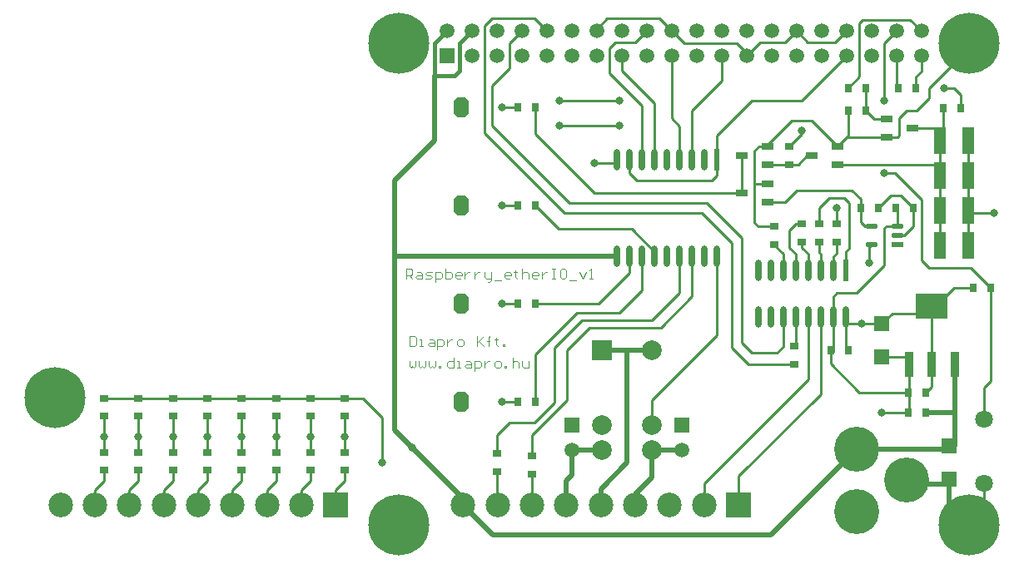
<source format=gtl>
%FSTAX24Y24*%
%MOIN*%
G70*
G01*
G75*
G04 Layer_Physical_Order=1*
G04 Layer_Color=255*
%ADD10R,0.0315X0.0374*%
%ADD11R,0.0374X0.0315*%
%ADD12R,0.0472X0.0256*%
G04:AMPARAMS|DCode=13|XSize=21.7mil|YSize=47.2mil|CornerRadius=0mil|HoleSize=0mil|Usage=FLASHONLY|Rotation=270.000|XOffset=0mil|YOffset=0mil|HoleType=Round|Shape=Octagon|*
%AMOCTAGOND13*
4,1,8,0.0236,0.0054,0.0236,-0.0054,0.0182,-0.0108,-0.0182,-0.0108,-0.0236,-0.0054,-0.0236,0.0054,-0.0182,0.0108,0.0182,0.0108,0.0236,0.0054,0.0*
%
%ADD13OCTAGOND13*%

%ADD14R,0.0472X0.0217*%
%ADD15R,0.0512X0.1063*%
%ADD16O,0.0236X0.0866*%
%ADD17R,0.0236X0.0866*%
%ADD18R,0.0630X0.0630*%
%ADD19R,0.1299X0.1004*%
%ADD20R,0.0374X0.1004*%
%ADD21C,0.0100*%
%ADD22C,0.0200*%
%ADD23C,0.0150*%
%ADD24C,0.0039*%
%ADD25R,0.0787X0.0787*%
%ADD26C,0.0787*%
%ADD27C,0.0591*%
%ADD28R,0.0591X0.0591*%
%ADD29C,0.0709*%
%ADD30R,0.0591X0.0591*%
%ADD31C,0.1800*%
%ADD32C,0.0984*%
%ADD33R,0.0984X0.0984*%
G04:AMPARAMS|DCode=34|XSize=78.7mil|YSize=60mil|CornerRadius=0mil|HoleSize=0mil|Usage=FLASHONLY|Rotation=270.000|XOffset=0mil|YOffset=0mil|HoleType=Round|Shape=Octagon|*
%AMOCTAGOND34*
4,1,8,-0.0150,-0.0394,0.0150,-0.0394,0.0300,-0.0244,0.0300,0.0244,0.0150,0.0394,-0.0150,0.0394,-0.0300,0.0244,-0.0300,-0.0244,-0.0150,-0.0394,0.0*
%
%ADD34OCTAGOND34*%

%ADD35C,0.2441*%
%ADD36C,0.0320*%
D10*
X094567Y085278D02*
D03*
X093858D02*
D03*
X098367Y084478D02*
D03*
X097658D02*
D03*
X094567Y084378D02*
D03*
X093858D02*
D03*
X096467Y080478D02*
D03*
X095758D02*
D03*
X095067D02*
D03*
X094358D02*
D03*
X099567Y077278D02*
D03*
X098858D02*
D03*
X096967Y072278D02*
D03*
X096258D02*
D03*
X080642Y08451D02*
D03*
X08135D02*
D03*
X096258Y073078D02*
D03*
X096967D02*
D03*
X080642Y080573D02*
D03*
X08135D02*
D03*
X080642Y076636D02*
D03*
X08135D02*
D03*
X080642Y072699D02*
D03*
X08135D02*
D03*
X093158Y074778D02*
D03*
X093867D02*
D03*
X095858Y085278D02*
D03*
X096567D02*
D03*
D11*
X092713Y079832D02*
D03*
Y079124D02*
D03*
X091513Y082932D02*
D03*
Y082224D02*
D03*
X090913Y079732D02*
D03*
Y079024D02*
D03*
X081213Y069824D02*
D03*
Y070532D02*
D03*
X079813Y069924D02*
D03*
Y070632D02*
D03*
X093413Y079832D02*
D03*
Y079124D02*
D03*
X073713Y072857D02*
D03*
Y072148D02*
D03*
X072335Y072857D02*
D03*
Y072148D02*
D03*
X070957Y072857D02*
D03*
Y072148D02*
D03*
X069579Y072857D02*
D03*
Y072148D02*
D03*
X068201Y072857D02*
D03*
Y072148D02*
D03*
X066823Y072857D02*
D03*
Y072148D02*
D03*
X065445Y072857D02*
D03*
Y072148D02*
D03*
X064067Y072857D02*
D03*
Y072148D02*
D03*
X092013Y079832D02*
D03*
Y079124D02*
D03*
X091713Y074224D02*
D03*
Y074932D02*
D03*
X073713Y070691D02*
D03*
Y069983D02*
D03*
X072335Y070691D02*
D03*
Y069983D02*
D03*
X070957Y070691D02*
D03*
Y069983D02*
D03*
X069579Y070691D02*
D03*
Y069983D02*
D03*
X068201Y070691D02*
D03*
Y069983D02*
D03*
X066823Y070691D02*
D03*
Y069983D02*
D03*
X065445Y070691D02*
D03*
Y069983D02*
D03*
X064067Y070691D02*
D03*
Y069983D02*
D03*
D12*
X090635Y082952D02*
D03*
Y082204D02*
D03*
X08959Y082578D02*
D03*
X09539Y083304D02*
D03*
Y084052D02*
D03*
X096435Y083678D02*
D03*
X093435Y082952D02*
D03*
Y082204D02*
D03*
X09239Y082578D02*
D03*
X090635Y081452D02*
D03*
Y080704D02*
D03*
X08959Y081078D02*
D03*
D13*
X095835Y079752D02*
D03*
Y079378D02*
D03*
X094801Y079752D02*
D03*
Y079004D02*
D03*
D14*
X095835Y079004D02*
D03*
D15*
X097542Y083178D02*
D03*
X098683D02*
D03*
X097542Y081778D02*
D03*
X098683D02*
D03*
X097542Y080378D02*
D03*
X098683D02*
D03*
X097542Y078978D02*
D03*
X098683D02*
D03*
D16*
X085113Y082423D02*
D03*
X088613Y078533D02*
D03*
X085113D02*
D03*
X085613D02*
D03*
X086113D02*
D03*
X086613D02*
D03*
X087113D02*
D03*
X087613D02*
D03*
X088113D02*
D03*
X085613Y082423D02*
D03*
X086113D02*
D03*
X086613D02*
D03*
X087113D02*
D03*
X087613D02*
D03*
X088113D02*
D03*
X084613D02*
D03*
Y078533D02*
D03*
X090257Y077996D02*
D03*
X093757Y076106D02*
D03*
X090257D02*
D03*
X090757D02*
D03*
X091257D02*
D03*
X091757D02*
D03*
X092257D02*
D03*
X092757D02*
D03*
X093257D02*
D03*
X090757Y077996D02*
D03*
X091257D02*
D03*
X091757D02*
D03*
X092257D02*
D03*
X092757D02*
D03*
X093257D02*
D03*
D17*
X088613Y082423D02*
D03*
X093757Y077996D02*
D03*
D18*
X097913Y070947D02*
D03*
Y069609D02*
D03*
X095213Y074509D02*
D03*
Y075847D02*
D03*
D19*
X097213Y076549D02*
D03*
D20*
X098118Y074207D02*
D03*
X097213D02*
D03*
X096307D02*
D03*
D21*
X064067Y072857D02*
X065445D01*
X066823D01*
X068201D01*
X069579D01*
X070957D01*
X072335D01*
X073713D01*
X073348Y068565D02*
Y069185D01*
X073516Y069353D01*
Y069353D01*
X073713Y06955D01*
Y069983D01*
X073713Y069983D02*
X073713Y069983D01*
X07197Y068565D02*
Y069185D01*
X072335Y06955D01*
Y069983D01*
X072335Y069983D02*
X072335Y069983D01*
X070593Y068565D02*
Y069185D01*
X070957Y06955D01*
Y069983D01*
X069215Y068565D02*
Y069185D01*
X069579Y06955D01*
Y069983D01*
X069579Y069983D02*
X069579Y069983D01*
X067837Y068565D02*
Y069185D01*
X068201Y06955D01*
Y069675D01*
X068201Y069675D02*
X068201Y069675D01*
X068201Y069675D02*
Y069983D01*
X066459Y068565D02*
Y069185D01*
X066823Y06955D01*
Y069983D01*
X066823Y069983D02*
X066823Y069983D01*
X065081Y068565D02*
Y069185D01*
X065445Y06955D01*
Y069983D01*
X064067D02*
X064067Y069983D01*
X063703Y068565D02*
Y069185D01*
X064067Y06955D01*
Y069983D01*
X068201Y071321D02*
Y072148D01*
Y070691D02*
Y071321D01*
X069579D02*
Y072148D01*
Y070691D02*
Y071321D01*
X070957D02*
Y072148D01*
Y070691D02*
Y071321D01*
X072335D02*
Y072148D01*
Y070691D02*
Y071321D01*
X073713D02*
Y072148D01*
Y070691D02*
Y071321D01*
X080012Y072699D02*
X080642D01*
X080012Y076636D02*
X080642D01*
X080012Y080573D02*
X080642D01*
X080012Y08451D02*
X080642D01*
X066823Y070691D02*
Y071321D01*
Y072148D01*
X065445Y070691D02*
Y071321D01*
Y072148D01*
X064067Y070691D02*
Y071321D01*
Y072148D01*
X092257Y073623D02*
Y076106D01*
X088093Y069458D02*
X092257Y073623D01*
X088093Y068565D02*
Y069458D01*
X092757Y073023D02*
Y076106D01*
X08947Y068565D02*
Y069736D01*
X091757Y074932D02*
Y076106D01*
X091513Y079578D02*
X091767Y079832D01*
X092013D01*
X091257Y077996D02*
Y078633D01*
X090913Y078978D02*
X091257Y078633D01*
X090913Y078978D02*
Y079024D01*
X091513Y078878D02*
Y079578D01*
Y078878D02*
X091757Y078633D01*
Y077996D02*
Y078633D01*
X092257Y077996D02*
Y078633D01*
X092013Y078878D02*
X092257Y078633D01*
X092013Y078878D02*
Y079124D01*
X093413Y079832D02*
Y080478D01*
X093257Y077996D02*
Y078523D01*
X093413Y078678D01*
Y079124D01*
X088613Y082423D02*
Y083378D01*
X087613Y082423D02*
Y084378D01*
X088813Y085578D01*
Y086552D01*
X088795Y086569D02*
X088813Y086552D01*
X08947Y069736D02*
X092757Y073023D01*
X087613Y076932D02*
Y078533D01*
X087113Y077078D02*
Y078533D01*
X086113D02*
Y078727D01*
X08135Y072699D02*
Y074616D01*
X081213Y070532D02*
Y071378D01*
X086013Y071778D02*
Y072778D01*
X088613Y075378D01*
Y078533D01*
X085613Y082423D02*
Y083478D01*
X084313Y085878D02*
Y086878D01*
X084535Y0871D01*
X085326D01*
X085795Y087569D01*
X086113Y082423D02*
Y084678D01*
X097841Y070819D02*
X097913Y070747D01*
X098118Y070953D01*
X097213Y074207D02*
Y076549D01*
Y073324D02*
Y074207D01*
X096967Y073078D02*
X097213Y073324D01*
X096258Y072278D02*
X096307Y072327D01*
X096195Y069569D02*
X096356Y069409D01*
X099303Y068369D02*
Y069451D01*
X098713Y067778D02*
X099303Y068369D01*
X097913Y068578D02*
X098713Y067778D01*
X099567Y073532D02*
Y077278D01*
X099303Y073268D02*
X099567Y073532D01*
X099303Y07201D02*
Y073268D01*
X095313Y087087D02*
X095795Y087569D01*
X095313Y084778D02*
Y087087D01*
X095795Y085341D02*
Y086569D01*
Y085341D02*
X095858Y085278D01*
X096795Y085961D02*
Y086569D01*
X096567Y085732D02*
X096795Y085961D01*
X096567Y085278D02*
Y085732D01*
X09635Y088015D02*
X096795Y087569D01*
X094449Y088015D02*
X09635D01*
X094313Y087878D02*
X094449Y088015D01*
X094313Y085732D02*
Y087878D01*
X093858Y085278D02*
X094313Y085732D01*
X092757Y077996D02*
Y078633D01*
X092713Y078678D02*
X092757Y078633D01*
X092713Y078678D02*
Y079124D01*
X093757Y077996D02*
Y078723D01*
X093913Y078878D01*
Y080678D01*
X093713Y080878D02*
X093913Y080678D01*
X093113Y080878D02*
X093713D01*
X092713Y080478D02*
X093113Y080878D01*
X092713Y079832D02*
Y080478D01*
X094358D02*
Y080832D01*
X094013Y081178D02*
X094358Y080832D01*
X091813Y081178D02*
X094013D01*
X091339Y080704D02*
X091813Y081178D01*
X090635Y080704D02*
X091339D01*
X08959Y081078D02*
Y082578D01*
X083713Y081078D02*
X08959D01*
X08135Y08344D02*
X083713Y081078D01*
X08135Y08344D02*
Y08451D01*
X090113Y082778D02*
X090287Y082952D01*
X090635D01*
X090655Y082224D02*
X091513D01*
X090635Y082204D02*
X090655Y082224D01*
X090113Y079878D02*
X090258Y079732D01*
X090913D01*
X094567Y084378D02*
Y085278D01*
Y084378D02*
X094567Y084378D01*
X094893Y084052D01*
X09539D01*
X097658Y083294D02*
Y084478D01*
X097542Y083178D02*
X097658Y083294D01*
X098367Y084478D02*
Y085024D01*
X098113Y085278D02*
X098367Y085024D01*
X097713Y085278D02*
X098113D01*
X09539Y083304D02*
X095839D01*
X095913Y083378D01*
Y084078D01*
X097113Y085278D02*
X098713Y086878D01*
Y087069D01*
X098683Y080378D02*
Y081778D01*
Y083178D01*
X097542Y078978D02*
Y080378D01*
Y081778D01*
X094358Y079924D02*
Y080478D01*
X095835Y079378D02*
X096113D01*
X096467Y079732D01*
Y080478D01*
X095835Y079752D02*
Y080401D01*
X095758Y080478D02*
X095835Y080401D01*
X095213Y074509D02*
X096213D01*
X093158Y074778D02*
Y074824D01*
X093757Y074888D02*
Y076106D01*
Y074888D02*
X093867Y074778D01*
X093435Y082204D02*
X097316D01*
X097542Y081778D02*
Y081978D01*
Y083178D01*
X097316Y082204D02*
X097542Y081978D01*
X093787Y083304D02*
X09539D01*
X093435Y082952D02*
X093787Y083304D01*
X090635Y082952D02*
Y083D01*
X091513Y082932D02*
X092013Y083432D01*
Y083578D01*
X08135Y080573D02*
X082279Y079644D01*
X085195D01*
X086113Y078727D01*
X080313Y087087D02*
X080795Y087569D01*
X080313Y086078D02*
Y087087D01*
X079613Y083778D02*
Y085378D01*
X080313Y086078D01*
X084313Y085878D02*
X085613Y084578D01*
X085113Y081878D02*
Y082423D01*
Y081878D02*
X085413Y081578D01*
X088413D01*
X088613Y081778D01*
Y082423D01*
X082313Y084778D02*
X084713D01*
X082313Y083778D02*
X084713D01*
X078447Y068565D02*
Y068844D01*
X075713Y078478D02*
X075768Y078533D01*
X079813Y068578D02*
Y069924D01*
Y068578D02*
X079825Y068565D01*
X081213Y068575D02*
Y069824D01*
X081203Y068565D02*
X081213Y068575D01*
X075213Y070278D02*
Y072078D01*
X074434Y072857D02*
X075213Y072078D01*
X073713Y072857D02*
X074434D01*
X086287Y088078D02*
X086795Y087569D01*
X084213Y088078D02*
X086287D01*
X083795Y087661D02*
X084213Y088078D01*
X083795Y087569D02*
Y087661D01*
X086795Y087569D02*
X087287Y087078D01*
X089413D01*
X089795Y086695D01*
Y086569D02*
Y086695D01*
Y086569D02*
X09035Y087124D01*
X09135D02*
X091795Y087569D01*
X09035Y087124D02*
X09135D01*
X091795Y087569D02*
X092241Y087124D01*
X09335D02*
X093795Y087569D01*
X092241Y087124D02*
X09335D01*
X093858Y083375D02*
Y084378D01*
X093787Y083304D02*
X093858Y083375D01*
X095387Y079752D02*
X095835D01*
X095313Y079678D02*
X095387Y079752D01*
X093257Y076923D02*
X093413Y077078D01*
X093257Y076106D02*
Y076923D01*
X098683Y078978D02*
Y080378D01*
X095213Y072278D02*
X096258D01*
X085613Y083378D02*
Y084578D01*
X084795Y085995D02*
Y086569D01*
Y085995D02*
X086113Y084678D01*
X086795Y084078D02*
Y086569D01*
Y084078D02*
X087113Y083761D01*
Y082423D02*
Y083761D01*
X090635Y083D02*
X091613Y083978D01*
X092409D01*
X093435Y082952D01*
X088613Y083378D02*
X090013Y084778D01*
X092004D01*
X093795Y086569D01*
X096435Y083678D02*
X097313D01*
X097542Y083449D01*
Y083178D02*
Y083449D01*
X091513Y082224D02*
X091858D01*
X092213Y082578D01*
X09239D01*
X095313Y081878D02*
X095739D01*
X096813Y080804D01*
X090139Y081452D02*
X090635D01*
X094358Y079924D02*
X09453Y079752D01*
X094801D01*
X095967Y080978D02*
X096467Y080478D01*
X095067D02*
X095567Y080978D01*
X095967D01*
X098683Y080378D02*
X098783Y080278D01*
X099713D01*
X096813Y078378D02*
Y080804D01*
Y078378D02*
X097113Y078078D01*
X098767D01*
X099567Y077278D01*
X085613Y077178D02*
Y078533D01*
X086013Y075978D02*
X087113Y077078D01*
X086358Y075678D02*
X087613Y076932D01*
X082113Y074878D02*
X083213Y075978D01*
X086013D01*
X083513Y075678D02*
X086358D01*
X081213Y071378D02*
X082613Y072778D01*
Y074778D01*
X083513Y075678D01*
X082113Y072678D02*
Y074878D01*
X081313Y071878D02*
X082113Y072678D01*
X080313Y071878D02*
X081313D01*
X079813Y071378D02*
X080313Y071878D01*
X079813Y070632D02*
Y071378D01*
X08135Y076636D02*
X083871D01*
X085113Y077878D01*
Y078533D01*
X08135Y074616D02*
X083013Y076278D01*
X084713D01*
X085613Y077178D01*
X079613Y083778D02*
X082713Y080678D01*
X088013Y080278D02*
X089213Y079078D01*
X082713Y080678D02*
X088213D01*
X089613Y079278D01*
X079313Y083478D02*
X082513Y080278D01*
X088013D01*
X081287Y088078D02*
X081795Y087569D01*
X079313Y083478D02*
Y087778D01*
X079613Y088078D01*
X081287D01*
X084613Y082278D02*
Y082423D01*
X093757Y075847D02*
X095213D01*
X093158Y074232D02*
Y074778D01*
Y074232D02*
X094313Y073078D01*
X096258D01*
X097113Y084878D02*
Y085278D01*
X095913Y084078D02*
X096213Y084378D01*
X096613D01*
X097113Y084878D01*
X096926Y076263D02*
X097213Y076549D01*
X095628Y076263D02*
X096926D01*
X095213Y075847D02*
X095628Y076263D01*
X097213Y076549D02*
X097384D01*
X098113Y077278D01*
X098858D01*
X093413Y077078D02*
X094213D01*
X095313Y078178D01*
Y079678D01*
X089613Y075078D02*
Y079278D01*
X091257Y074923D02*
Y076106D01*
X089613Y075078D02*
X090013Y074678D01*
X091013D01*
X091257Y074923D01*
X089213Y074878D02*
Y079078D01*
Y074878D02*
X089867Y074224D01*
X091713D01*
X094713Y078278D02*
Y078916D01*
X094801Y079004D01*
X090113Y079878D02*
Y081478D01*
Y082778D01*
Y081478D02*
X090139Y081452D01*
X093158Y074824D02*
X093257Y074725D01*
Y076106D01*
X083713Y082278D02*
X084613D01*
X096307Y072327D02*
Y074207D01*
D22*
X082581Y068565D02*
Y069546D01*
X082813Y069778D01*
Y070778D01*
X084013D01*
X086013D02*
X087213D01*
X083959Y068565D02*
Y069224D01*
X085013Y070278D01*
Y074778D01*
X084013D02*
X086013D01*
X094195Y070819D02*
X097841D01*
X096356Y069409D02*
X097913D01*
Y068578D02*
Y069409D01*
X075713Y081578D02*
X077313Y083178D01*
X078447Y068565D02*
X079634Y067378D01*
X090754D02*
X094195Y070819D01*
X075768Y078533D02*
X084613D01*
X075713Y071578D02*
Y078478D01*
Y081578D01*
X076413Y070878D02*
X078447Y068844D01*
X075713Y071578D02*
X076413Y070878D01*
X079634Y067378D02*
X090754D01*
X096967Y072278D02*
X098118D01*
Y070953D02*
Y072278D01*
Y074207D01*
X077313Y083178D02*
Y085778D01*
X085337Y068565D02*
Y069002D01*
X086013Y069678D01*
Y070778D01*
D23*
X077313Y087087D02*
X077795Y087569D01*
X078313Y087087D02*
X078795Y087569D01*
X078313Y085978D02*
Y087087D01*
X078113Y085778D02*
X078313Y085978D01*
X077313Y085778D02*
X078113D01*
X077313D02*
Y087087D01*
D24*
X076155Y077661D02*
Y078054D01*
X076352D01*
X076417Y077989D01*
Y077857D01*
X076352Y077792D01*
X076155D01*
X076286D02*
X076417Y077661D01*
X076614Y077923D02*
X076745D01*
X076811Y077857D01*
Y077661D01*
X076614D01*
X076548Y077726D01*
X076614Y077792D01*
X076811D01*
X076942Y077661D02*
X077139D01*
X077204Y077726D01*
X077139Y077792D01*
X077007D01*
X076942Y077857D01*
X077007Y077923D01*
X077204D01*
X077335Y077529D02*
Y077923D01*
X077532D01*
X077598Y077857D01*
Y077726D01*
X077532Y077661D01*
X077335D01*
X077729Y078054D02*
Y077661D01*
X077926D01*
X077991Y077726D01*
Y077792D01*
Y077857D01*
X077926Y077923D01*
X077729D01*
X078319Y077661D02*
X078188D01*
X078123Y077726D01*
Y077857D01*
X078188Y077923D01*
X078319D01*
X078385Y077857D01*
Y077792D01*
X078123D01*
X078516Y077923D02*
Y077661D01*
Y077792D01*
X078582Y077857D01*
X078647Y077923D01*
X078713D01*
X07891D02*
Y077661D01*
Y077792D01*
X078975Y077857D01*
X079041Y077923D01*
X079107D01*
X079303D02*
Y077726D01*
X079369Y077661D01*
X079566D01*
Y077595D01*
X0795Y077529D01*
X079435D01*
X079566Y077661D02*
Y077923D01*
X079697Y077595D02*
X079959D01*
X080287Y077661D02*
X080156D01*
X08009Y077726D01*
Y077857D01*
X080156Y077923D01*
X080287D01*
X080353Y077857D01*
Y077792D01*
X08009D01*
X08055Y077989D02*
Y077923D01*
X080484D01*
X080615D01*
X08055D01*
Y077726D01*
X080615Y077661D01*
X080812Y078054D02*
Y077661D01*
Y077857D01*
X080878Y077923D01*
X081009D01*
X081074Y077857D01*
Y077661D01*
X081402D02*
X081271D01*
X081206Y077726D01*
Y077857D01*
X081271Y077923D01*
X081402D01*
X081468Y077857D01*
Y077792D01*
X081206D01*
X081599Y077923D02*
Y077661D01*
Y077792D01*
X081665Y077857D01*
X08173Y077923D01*
X081796D01*
X081993Y078054D02*
X082124D01*
X082058D01*
Y077661D01*
X081993D01*
X082124D01*
X082517Y078054D02*
X082386D01*
X082321Y077989D01*
Y077726D01*
X082386Y077661D01*
X082517D01*
X082583Y077726D01*
Y077989D01*
X082517Y078054D01*
X082714Y077595D02*
X082977D01*
X083108Y077923D02*
X083239Y077661D01*
X08337Y077923D01*
X083501Y077661D02*
X083633D01*
X083567D01*
Y078054D01*
X083501Y077989D01*
X076302Y075344D02*
Y07495D01*
X076499D01*
X076564Y075016D01*
Y075278D01*
X076499Y075344D01*
X076302D01*
X076696Y07495D02*
X076827D01*
X076761D01*
Y075213D01*
X076696D01*
X077089D02*
X07722D01*
X077286Y075147D01*
Y07495D01*
X077089D01*
X077024Y075016D01*
X077089Y075082D01*
X077286D01*
X077417Y074819D02*
Y075213D01*
X077614D01*
X077679Y075147D01*
Y075016D01*
X077614Y07495D01*
X077417D01*
X077811Y075213D02*
Y07495D01*
Y075082D01*
X077876Y075147D01*
X077942Y075213D01*
X078007D01*
X07827Y07495D02*
X078401D01*
X078467Y075016D01*
Y075147D01*
X078401Y075213D01*
X07827D01*
X078204Y075147D01*
Y075016D01*
X07827Y07495D01*
X078991Y075344D02*
Y07495D01*
Y075082D01*
X079254Y075344D01*
X079057Y075147D01*
X079254Y07495D01*
X079451D02*
Y075278D01*
Y075147D01*
X079385D01*
X079516D01*
X079451D01*
Y075278D01*
X079516Y075344D01*
X079779Y075278D02*
Y075213D01*
X079713D01*
X079844D01*
X079779D01*
Y075016D01*
X079844Y07495D01*
X080041D02*
Y075016D01*
X080107D01*
Y07495D01*
X080041D01*
X076285Y074354D02*
Y074157D01*
X076351Y074091D01*
X076417Y074157D01*
X076482Y074091D01*
X076548Y074157D01*
Y074354D01*
X076679D02*
Y074157D01*
X076745Y074091D01*
X07681Y074157D01*
X076876Y074091D01*
X076941Y074157D01*
Y074354D01*
X077073D02*
Y074157D01*
X077138Y074091D01*
X077204Y074157D01*
X077269Y074091D01*
X077335Y074157D01*
Y074354D01*
X077466Y074091D02*
Y074157D01*
X077532D01*
Y074091D01*
X077466D01*
X078057Y074485D02*
Y074091D01*
X07786D01*
X077794Y074157D01*
Y074288D01*
X07786Y074354D01*
X078057D01*
X078188Y074091D02*
X078319D01*
X078253D01*
Y074354D01*
X078188D01*
X078581D02*
X078712D01*
X078778Y074288D01*
Y074091D01*
X078581D01*
X078516Y074157D01*
X078581Y074223D01*
X078778D01*
X078909Y07396D02*
Y074354D01*
X079106D01*
X079172Y074288D01*
Y074157D01*
X079106Y074091D01*
X078909D01*
X079303Y074354D02*
Y074091D01*
Y074223D01*
X079368Y074288D01*
X079434Y074354D01*
X0795D01*
X079762Y074091D02*
X079893D01*
X079959Y074157D01*
Y074288D01*
X079893Y074354D01*
X079762D01*
X079696Y074288D01*
Y074157D01*
X079762Y074091D01*
X08009D02*
Y074157D01*
X080156D01*
Y074091D01*
X08009D01*
X080418Y074485D02*
Y074091D01*
Y074288D01*
X080484Y074354D01*
X080615D01*
X08068Y074288D01*
Y074091D01*
X080812Y074354D02*
Y074157D01*
X080877Y074091D01*
X081074D01*
Y074354D01*
D25*
X084013Y074778D02*
D03*
D26*
Y071778D02*
D03*
Y070778D02*
D03*
X086013Y074778D02*
D03*
Y071778D02*
D03*
Y070778D02*
D03*
D27*
X082813D02*
D03*
X087213D02*
D03*
X077795Y087569D02*
D03*
X078795Y086569D02*
D03*
Y087569D02*
D03*
X079795Y086569D02*
D03*
Y087569D02*
D03*
X080795Y086569D02*
D03*
Y087569D02*
D03*
X081795Y086569D02*
D03*
Y087569D02*
D03*
X082795Y086569D02*
D03*
Y087569D02*
D03*
X083795Y086569D02*
D03*
Y087569D02*
D03*
X084795Y086569D02*
D03*
Y087569D02*
D03*
X085795Y086569D02*
D03*
Y087569D02*
D03*
X086795Y086569D02*
D03*
Y087569D02*
D03*
X087795Y086569D02*
D03*
Y087569D02*
D03*
X088795Y086569D02*
D03*
Y087569D02*
D03*
X089795Y086569D02*
D03*
Y087569D02*
D03*
X090795Y086569D02*
D03*
Y087569D02*
D03*
X091795Y086569D02*
D03*
Y087569D02*
D03*
X092795Y086569D02*
D03*
Y087569D02*
D03*
X093795Y086569D02*
D03*
Y087569D02*
D03*
X094795Y086569D02*
D03*
Y087569D02*
D03*
X095795Y086569D02*
D03*
Y087569D02*
D03*
X096795Y086569D02*
D03*
Y087569D02*
D03*
D28*
X082813Y071778D02*
D03*
X087213D02*
D03*
D29*
X099303Y069451D02*
D03*
Y07201D02*
D03*
D30*
X077795Y086569D02*
D03*
D31*
X096195Y069569D02*
D03*
X094195Y068319D02*
D03*
Y070819D02*
D03*
D32*
X078447Y068565D02*
D03*
X083959D02*
D03*
X079825D02*
D03*
X086715D02*
D03*
X081203D02*
D03*
X082581D02*
D03*
X085337D02*
D03*
X088093D02*
D03*
X062325Y068565D02*
D03*
X067837D02*
D03*
X063703D02*
D03*
X070593D02*
D03*
X065081D02*
D03*
X066459D02*
D03*
X069215D02*
D03*
X07197D02*
D03*
D33*
X08947Y068565D02*
D03*
X073348Y068565D02*
D03*
D34*
X078378Y08451D02*
D03*
Y080573D02*
D03*
X078378Y076636D02*
D03*
X078378Y072699D02*
D03*
D35*
X098713Y087069D02*
D03*
X075878Y067778D02*
D03*
X098713D02*
D03*
X075878Y087069D02*
D03*
X062098Y072896D02*
D03*
D36*
X068201Y071321D02*
D03*
X069579D02*
D03*
X070957D02*
D03*
X072335D02*
D03*
X073713D02*
D03*
X080012Y072699D02*
D03*
Y076636D02*
D03*
Y080573D02*
D03*
Y08451D02*
D03*
X066823Y071321D02*
D03*
X065445D02*
D03*
X064067D02*
D03*
X093413Y080478D02*
D03*
X097713Y085278D02*
D03*
X092013Y083578D02*
D03*
X082313Y083778D02*
D03*
Y084778D02*
D03*
X076413Y070878D02*
D03*
X094413Y075847D02*
D03*
X075213Y070278D02*
D03*
X084713Y083778D02*
D03*
Y084778D02*
D03*
X095313Y081878D02*
D03*
Y084778D02*
D03*
X094713Y078278D02*
D03*
X099713Y080278D02*
D03*
X083713Y082278D02*
D03*
X095213Y072278D02*
D03*
M02*

</source>
